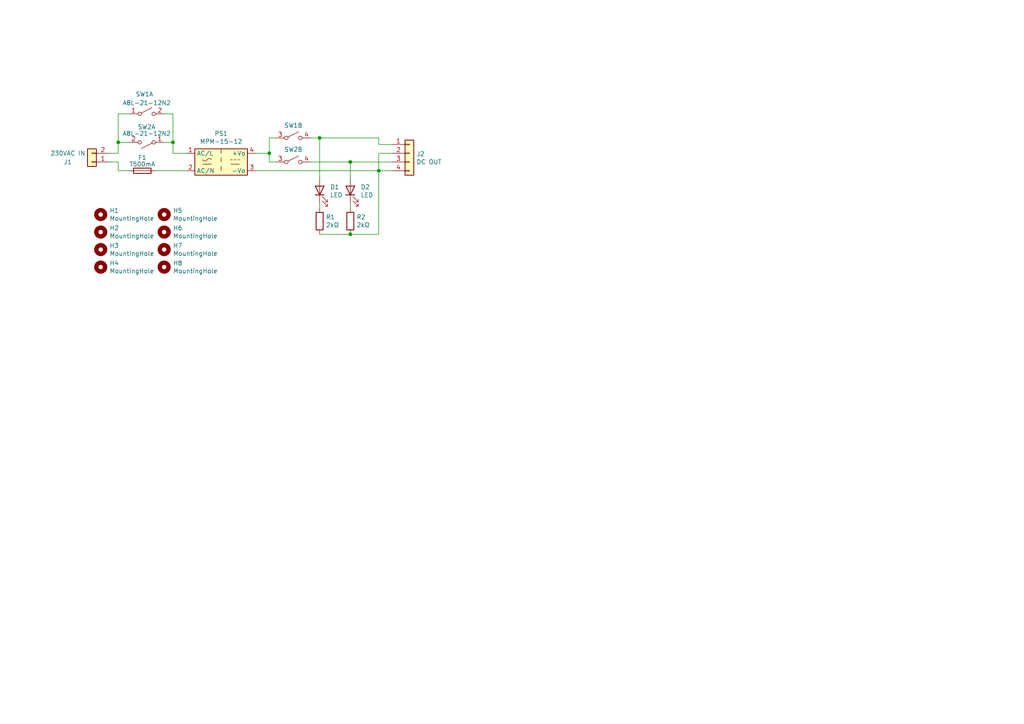
<source format=kicad_sch>
(kicad_sch (version 20230121) (generator eeschema)
  (paper "A4")
  (lib_symbols
    (symbol "Connector_Generic:Conn_01x02" (pin_names (offset 1.016) hide)
      (property "Reference" "J" (at 0 2.54 0))
      (property "Value" "Conn_01x02" (at 0 -5.08 0))
      (symbol "Conn_01x02_1_1"
        (rectangle (start -1.27 -2.413) (end 0 -2.667) (stroke (width 0.1524)))
        (rectangle (start -1.27 0.127) (end 0 -0.127) (stroke (width 0.1524)))
        (rectangle (start -1.27 1.27) (end 1.27 -3.81) (stroke (width 0.254)) (fill (type background)))
        (pin passive line (at -5.08 0 0) (length 3.81) (name "Pin_1") (number "1"))
        (pin passive line (at -5.08 -2.54 0) (length 3.81) (name "Pin_2") (number "2"))
      )
    )
    (symbol "Connector_Generic:Conn_01x04" (pin_names (offset 1.016) hide)
      (property "Reference" "J" (at 0 5.08 0))
      (property "Value" "Conn_01x04" (at 0 -7.62 0))
      (symbol "Conn_01x04_1_1"
        (rectangle (start -1.27 -4.953) (end 0 -5.207) (stroke (width 0.1524)))
        (rectangle (start -1.27 -2.413) (end 0 -2.667) (stroke (width 0.1524)))
        (rectangle (start -1.27 0.127) (end 0 -0.127) (stroke (width 0.1524)))
        (rectangle (start -1.27 2.667) (end 0 2.413) (stroke (width 0.1524)))
        (rectangle (start -1.27 3.81) (end 1.27 -6.35) (stroke (width 0.254)) (fill (type background)))
        (pin passive line (at -5.08 2.54 0) (length 3.81) (name "Pin_1") (number "1"))
        (pin passive line (at -5.08 0 0) (length 3.81) (name "Pin_2") (number "2"))
        (pin passive line (at -5.08 -2.54 0) (length 3.81) (name "Pin_3") (number "3"))
        (pin passive line (at -5.08 -5.08 0) (length 3.81) (name "Pin_4") (number "4"))
      )
    )
    (symbol "Converter_ACDC:IRM-20-12"
      (property "Reference" "PS" (at 0 5.08 0))
      (property "Value" "IRM-20-12" (at 0 -5.08 0))
      (symbol "IRM-20-12_0_1"
        (rectangle (start -7.62 3.81) (end 7.62 -3.81) (stroke (width 0.254)) (fill (type background)))
        (arc (start -5.334 0.635) (mid -4.699 0.2495) (end -4.064 0.635))
        (arc (start -2.794 0.635) (mid -3.429 1.0072) (end -4.064 0.635))
        (polyline (pts (xy -5.334 -0.635) (xy -2.794 -0.635)))
        (polyline (pts (xy 0 -1.27) (xy 0 -2.54)))
        (polyline (pts (xy 0 1.27) (xy 0 0)))
        (polyline (pts (xy 0 3.81) (xy 0 2.54)))
        (polyline (pts (xy 2.794 -0.635) (xy 5.334 -0.635)))
        (polyline (pts (xy 2.794 0.635) (xy 3.302 0.635)))
        (polyline (pts (xy 3.81 0.635) (xy 4.318 0.635)))
        (polyline (pts (xy 4.826 0.635) (xy 5.334 0.635)))
      )
      (symbol "IRM-20-12_1_1"
        (pin power_in line (at -10.16 2.54 0) (length 2.54) (name "AC/L") (number "1"))
        (pin power_in line (at -10.16 -2.54 0) (length 2.54) (name "AC/N") (number "2"))
        (pin power_out line (at 10.16 -2.54 180) (length 2.54) (name "-Vo") (number "3"))
        (pin power_out line (at 10.16 2.54 180) (length 2.54) (name "+Vo") (number "4"))
      )
    )
    (symbol "Device:Fuse" (pin_numbers hide) (pin_names (offset 0))
      (property "Reference" "F" (at 2.032 0 90))
      (property "Value" "Fuse" (at -1.905 0 90))
      (symbol "Fuse_0_1"
        (rectangle (start -0.762 -2.54) (end 0.762 2.54) (stroke (width 0.254)))
        (polyline (pts (xy 0 2.54) (xy 0 -2.54)))
      )
      (symbol "Fuse_1_1"
        (pin passive line (at 0 3.81 270) (length 1.27) (name "~") (number "1"))
        (pin passive line (at 0 -3.81 90) (length 1.27) (name "~") (number "2"))
      )
    )
    (symbol "Device:LED" (pin_numbers hide) (pin_names (offset 1.016) hide)
      (property "Reference" "D" (at 0 2.54 0))
      (property "Value" "LED" (at 0 -2.54 0))
      (symbol "LED_0_1"
        (polyline (pts (xy -1.27 -1.27) (xy -1.27 1.27)) (stroke (width 0.254)))
        (polyline (pts (xy -1.27 0) (xy 1.27 0)))
        (polyline (pts (xy 1.27 -1.27) (xy 1.27 1.27) (xy -1.27 0) (xy 1.27 -1.27)) (stroke (width 0.254)))
        (polyline (pts (xy -3.048 -0.762) (xy -4.572 -2.286) (xy -3.81 -2.286) (xy -4.572 -2.286) (xy -4.572 -1.524)))
        (polyline (pts (xy -1.778 -0.762) (xy -3.302 -2.286) (xy -2.54 -2.286) (xy -3.302 -2.286) (xy -3.302 -1.524)))
      )
      (symbol "LED_1_1"
        (pin passive line (at -3.81 0 0) (length 2.54) (name "K") (number "1"))
        (pin passive line (at 3.81 0 180) (length 2.54) (name "A") (number "2"))
      )
    )
    (symbol "Device:R" (pin_numbers hide) (pin_names (offset 0))
      (property "Reference" "R" (at 2.032 0 90))
      (property "Value" "R" (at 0 0 90))
      (symbol "R_0_1"
        (rectangle (start -1.016 -2.54) (end 1.016 2.54) (stroke (width 0.254)))
      )
      (symbol "R_1_1"
        (pin passive line (at 0 3.81 270) (length 1.27) (name "~") (number "1"))
        (pin passive line (at 0 -3.81 90) (length 1.27) (name "~") (number "2"))
      )
    )
    (symbol "Mechanical:MountingHole" (pin_names (offset 1.016))
      (property "Reference" "H" (at 0 5.08 0))
      (property "Value" "MountingHole" (at 0 3.175 0))
      (symbol "MountingHole_0_1"
        (circle (center 0 0) (radius 1.27) (stroke (width 1.27)))
      )
    )
    (symbol "Switch:SW_DPST_x2" (pin_names (offset 0) hide)
      (property "Reference" "SW" (at 0 3.175 0))
      (property "Value" "SW_DPST_x2" (at 0 -2.54 0))
      (symbol "SW_DPST_x2_0_0"
        (circle (center -2.032 0) (radius 0.508))
        (polyline (pts (xy -1.524 0.254) (xy 1.524 1.778)))
        (circle (center 2.032 0) (radius 0.508))
      )
      (symbol "SW_DPST_x2_1_1"
        (pin passive line (at -5.08 0 0) (length 2.54) (name "A") (number "1"))
        (pin passive line (at 5.08 0 180) (length 2.54) (name "B") (number "2"))
      )
      (symbol "SW_DPST_x2_2_1"
        (pin passive line (at -5.08 0 0) (length 2.54) (name "A") (number "3"))
        (pin passive line (at 5.08 0 180) (length 2.54) (name "B") (number "4"))
      )
    )
  )
  (junction (at 34.29 41.275))
  (junction (at 92.71 40.005))
  (junction (at 109.855 49.53))
  (junction (at 101.6 46.99))
  (junction (at 50.165 41.275))
  (junction (at 101.6 67.945))
  (junction (at 78.105 44.45))
  (wire (pts (xy 101.6 51.435) (xy 101.6 46.99)))
  (wire (pts (xy 34.29 49.53) (xy 37.465 49.53)))
  (wire (pts (xy 109.855 44.45) (xy 109.855 49.53)))
  (wire (pts (xy 80.01 40.005) (xy 78.105 40.005)))
  (wire (pts (xy 80.01 46.99) (xy 78.105 46.99)))
  (wire (pts (xy 90.17 46.99) (xy 101.6 46.99)))
  (wire (pts (xy 109.855 41.91) (xy 113.665 41.91)))
  (wire (pts (xy 74.295 44.45) (xy 78.105 44.45)))
  (wire (pts (xy 92.71 51.435) (xy 92.71 40.005)))
  (wire (pts (xy 78.105 40.005) (xy 78.105 44.45)))
  (wire (pts (xy 92.71 67.945) (xy 101.6 67.945)))
  (wire (pts (xy 34.29 33.02) (xy 37.465 33.02)))
  (wire (pts (xy 92.71 40.005) (xy 90.17 40.005)))
  (wire (pts (xy 34.29 41.275) (xy 34.29 33.02)))
  (wire (pts (xy 31.75 44.45) (xy 34.29 44.45)))
  (wire (pts (xy 113.665 49.53) (xy 109.855 49.53)))
  (wire (pts (xy 31.75 46.99) (xy 34.29 46.99)))
  (wire (pts (xy 37.465 41.275) (xy 34.29 41.275)))
  (wire (pts (xy 50.165 33.02) (xy 50.165 41.275)))
  (wire (pts (xy 109.855 40.005) (xy 92.71 40.005)))
  (wire (pts (xy 78.105 46.99) (xy 78.105 44.45)))
  (wire (pts (xy 101.6 67.945) (xy 109.855 67.945)))
  (wire (pts (xy 50.165 41.275) (xy 50.165 44.45)))
  (wire (pts (xy 47.625 41.275) (xy 50.165 41.275)))
  (wire (pts (xy 34.29 44.45) (xy 34.29 41.275)))
  (wire (pts (xy 92.71 60.325) (xy 92.71 59.055)))
  (wire (pts (xy 109.855 49.53) (xy 74.295 49.53)))
  (wire (pts (xy 47.625 33.02) (xy 50.165 33.02)))
  (wire (pts (xy 101.6 46.99) (xy 113.665 46.99)))
  (wire (pts (xy 45.085 49.53) (xy 53.975 49.53)))
  (wire (pts (xy 101.6 60.325) (xy 101.6 59.055)))
  (wire (pts (xy 50.165 44.45) (xy 53.975 44.45)))
  (wire (pts (xy 109.855 41.91) (xy 109.855 40.005)))
  (wire (pts (xy 113.665 44.45) (xy 109.855 44.45)))
  (wire (pts (xy 34.29 46.99) (xy 34.29 49.53)))
  (wire (pts (xy 109.855 67.945) (xy 109.855 49.53)))
  (symbol (lib_id "Converter_ACDC:IRM-20-12") (at 64.135 46.99 0) (unit 1)
    (property "Reference" "PS1" (at 64.135 38.735 0))
    (property "Value" "MPM-15-12" (at 64.135 41.0464 0))
    (property "Footprint" "Converter_ACDC:Converter_ACDC_MeanWell_IRM-20-xx_THT" (effects hide))
    (property "Datasheet" "http://www.meanwell.com/Upload/PDF/IRM-20/IRM-20-SPEC.PDF" (effects hide))
  )
  (symbol (lib_id "Connector_Generic:Conn_01x02") (at 26.67 46.99 180) (unit 1)
    (property "Reference" "J1" (at 19.685 46.99 0))
    (property "Value" "230VAC IN" (at 19.685 44.45 0))
    (property "Footprint" "myDevices:TerminalBlock_LCSC_P5.08mm" (effects hide))
  )
  (symbol (lib_id "Device:Fuse") (at 41.275 49.53 270) (unit 1)
    (property "Reference" "F1" (at 41.275 45.72 90))
    (property "Value" "T500mA" (at 41.275 47.625 90))
    (property "Footprint" "Fuse:Fuse_Littelfuse_372_D8.50mm" (effects hide))
  )
  (symbol (lib_id "Connector_Generic:Conn_01x04") (at 118.745 44.45 0) (unit 1)
    (property "Reference" "J2" (at 120.777 44.6532 0) (effects (justify left)))
    (property "Value" "DC OUT" (at 120.777 46.9646 0) (effects (justify left)))
    (property "Footprint" "Connector_PinHeader_2.54mm:PinHeader_1x04_P2.54mm_Vertical" (effects hide))
  )
  (symbol (lib_id "Switch:SW_DPST_x2") (at 42.545 33.02 0) (unit 1)
    (property "Reference" "SW1" (at 41.91 27.305 0))
    (property "Value" "A8L-21-12N2" (at 42.545 29.845 0))
    (property "Footprint" "myDevices:Switch_rocker_DPST" (effects hide))
  )
  (symbol (lib_id "Switch:SW_DPST_x2") (at 85.09 40.005 0) (unit 2)
    (property "Reference" "SW1" (at 85.09 36.3728 0))
    (property "Value" "A8L-21-12N2" (effects hide))
    (property "Footprint" "myDevices:Switch_rocker_DPST" (effects hide))
  )
  (symbol (lib_id "Switch:SW_DPST_x2") (at 42.545 41.275 180) (unit 1)
    (property "Reference" "SW2" (at 42.545 36.83 0))
    (property "Value" "A8L-21-12N2" (at 42.545 38.735 0))
    (property "Footprint" "myDevices:Switch_rocker_DPST" (effects hide))
  )
  (symbol (lib_id "Switch:SW_DPST_x2") (at 85.09 46.99 0) (unit 2)
    (property "Reference" "SW2" (at 85.09 43.3578 0))
    (property "Value" "A8L-21-12N2" (effects hide))
    (property "Footprint" "myDevices:Switch_rocker_DPST" (effects hide))
  )
  (symbol (lib_id "Mechanical:MountingHole") (at 29.21 62.23 0) (unit 1)
    (property "Reference" "H1" (at 31.75 61.0616 0) (effects (justify left)))
    (property "Value" "MountingHole" (at 31.75 63.373 0) (effects (justify left)))
    (property "Footprint" "MountingHole:MountingHole_3.2mm_M3" (effects hide))
  )
  (symbol (lib_id "Mechanical:MountingHole") (at 29.21 67.31 0) (unit 1)
    (property "Reference" "H2" (at 31.75 66.1416 0) (effects (justify left)))
    (property "Value" "MountingHole" (at 31.75 68.453 0) (effects (justify left)))
    (property "Footprint" "MountingHole:MountingHole_3.2mm_M3" (effects hide))
  )
  (symbol (lib_id "Mechanical:MountingHole") (at 29.21 72.39 0) (unit 1)
    (property "Reference" "H3" (at 31.75 71.2216 0) (effects (justify left)))
    (property "Value" "MountingHole" (at 31.75 73.533 0) (effects (justify left)))
    (property "Footprint" "MountingHole:MountingHole_3.2mm_M3" (effects hide))
  )
  (symbol (lib_id "Mechanical:MountingHole") (at 29.21 77.47 0) (unit 1)
    (property "Reference" "H4" (at 31.75 76.3016 0) (effects (justify left)))
    (property "Value" "MountingHole" (at 31.75 78.613 0) (effects (justify left)))
    (property "Footprint" "MountingHole:MountingHole_3.2mm_M3" (effects hide))
  )
  (symbol (lib_id "Device:LED") (at 92.71 55.245 90) (unit 1)
    (property "Reference" "D1" (at 95.7072 54.2544 90) (effects (justify right)))
    (property "Value" "LED" (at 95.7072 56.5658 90) (effects (justify right)))
    (property "Footprint" "LED_THT:LED_D3.0mm" (effects hide))
  )
  (symbol (lib_id "Device:R") (at 92.71 64.135 0) (unit 1)
    (property "Reference" "R1" (at 94.488 62.9666 0) (effects (justify left)))
    (property "Value" "2kΩ" (at 94.488 65.278 0) (effects (justify left)))
    (property "Footprint" "Resistor_SMD:R_0805_2012Metric_Pad1.20x1.40mm_HandSolder" (effects hide))
  )
  (symbol (lib_id "Device:LED") (at 101.6 55.245 90) (unit 1)
    (property "Reference" "D2" (at 104.5972 54.2544 90) (effects (justify right)))
    (property "Value" "LED" (at 104.5972 56.5658 90) (effects (justify right)))
    (property "Footprint" "LED_THT:LED_D3.0mm" (effects hide))
  )
  (symbol (lib_id "Device:R") (at 101.6 64.135 0) (unit 1)
    (property "Reference" "R2" (at 103.378 62.9666 0) (effects (justify left)))
    (property "Value" "2kΩ" (at 103.378 65.278 0) (effects (justify left)))
    (property "Footprint" "Resistor_SMD:R_0805_2012Metric_Pad1.20x1.40mm_HandSolder" (effects hide))
  )
  (symbol (lib_id "Mechanical:MountingHole") (at 47.625 62.23 0) (unit 1)
    (property "Reference" "H5" (at 50.165 61.0616 0) (effects (justify left)))
    (property "Value" "MountingHole" (at 50.165 63.373 0) (effects (justify left)))
    (property "Footprint" "MountingHole:MountingHole_3.2mm_M3" (effects hide))
  )
  (symbol (lib_id "Mechanical:MountingHole") (at 47.625 67.31 0) (unit 1)
    (property "Reference" "H6" (at 50.165 66.1416 0) (effects (justify left)))
    (property "Value" "MountingHole" (at 50.165 68.453 0) (effects (justify left)))
    (property "Footprint" "MountingHole:MountingHole_3.2mm_M3" (effects hide))
  )
  (symbol (lib_id "Mechanical:MountingHole") (at 47.625 72.39 0) (unit 1)
    (property "Reference" "H7" (at 50.165 71.2216 0) (effects (justify left)))
    (property "Value" "MountingHole" (at 50.165 73.533 0) (effects (justify left)))
    (property "Footprint" "MountingHole:MountingHole_3.2mm_M3" (effects hide))
  )
  (symbol (lib_id "Mechanical:MountingHole") (at 47.625 77.47 0) (unit 1)
    (property "Reference" "H8" (at 50.165 76.3016 0) (effects (justify left)))
    (property "Value" "MountingHole" (at 50.165 78.613 0) (effects (justify left)))
    (property "Footprint" "MountingHole:MountingHole_3.2mm_M3" (effects hide))
  )
)
</source>
